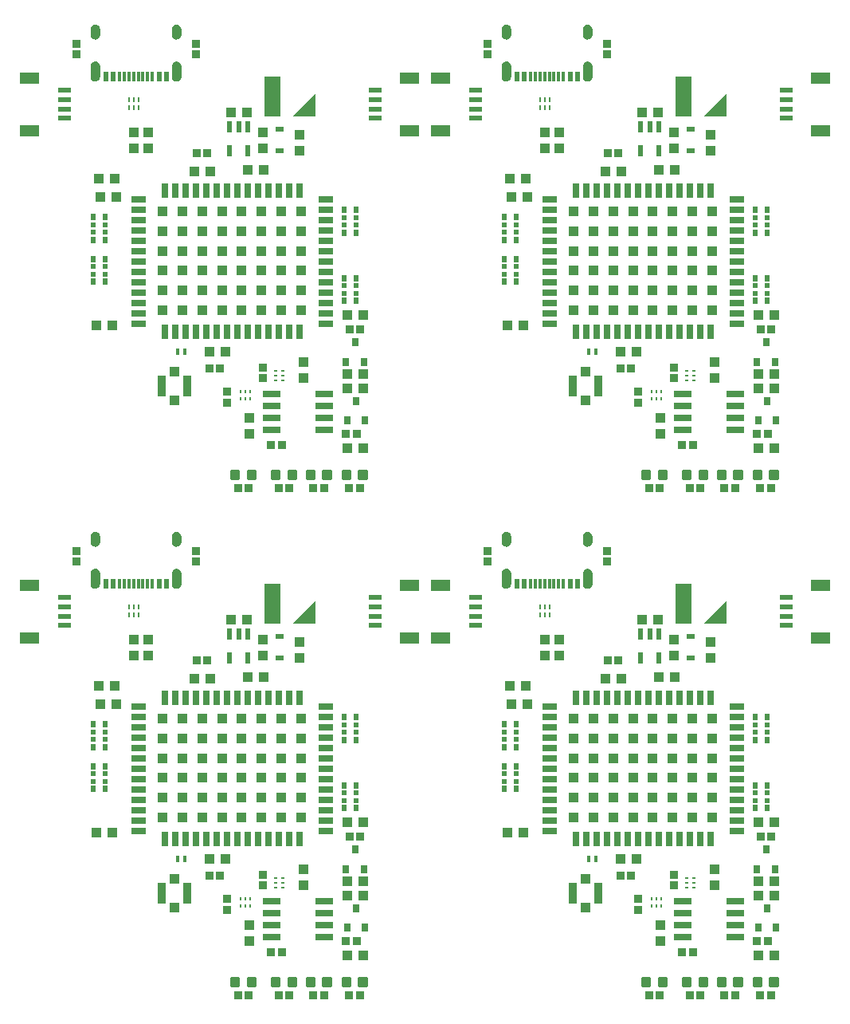
<source format=gtp>
G04 EAGLE Gerber RS-274X export*
G75*
%MOMM*%
%FSLAX34Y34*%
%LPD*%
%INSolderpaste Top*%
%IPPOS*%
%AMOC8*
5,1,8,0,0,1.08239X$1,22.5*%
G01*
%ADD10R,2.000000X1.200000*%
%ADD11R,1.350000X0.600000*%
%ADD12R,1.100000X1.000000*%
%ADD13R,0.850000X2.200000*%
%ADD14R,1.000000X1.050000*%
%ADD15R,0.830000X0.630000*%
%ADD16R,1.000000X1.100000*%
%ADD17C,0.300000*%
%ADD18R,0.850000X0.900000*%
%ADD19R,1.700000X4.200000*%
%ADD20R,0.300000X1.000000*%
%ADD21R,0.600000X1.000000*%
%ADD22R,0.550000X1.200000*%
%ADD23R,0.900000X0.850000*%
%ADD24R,0.250000X0.610000*%
%ADD25R,0.250000X0.560000*%
%ADD26R,0.800000X1.500000*%
%ADD27R,1.500000X0.800000*%
%ADD28R,1.100000X1.100000*%
%ADD29R,0.400000X0.700000*%
%ADD30R,0.800000X0.900000*%
%ADD31R,1.900000X0.640000*%
%ADD32R,0.240000X0.440000*%
%ADD33R,0.440000X0.240000*%
%ADD34R,0.550000X0.800000*%
%ADD35R,0.550000X0.500000*%

G36*
X317646Y944506D02*
X317646Y944506D01*
X317663Y944503D01*
X317713Y944525D01*
X317764Y944540D01*
X317775Y944553D01*
X317791Y944560D01*
X317821Y944605D01*
X317856Y944645D01*
X317859Y944662D01*
X317868Y944677D01*
X317879Y944750D01*
X317879Y968750D01*
X317867Y968792D01*
X317864Y968836D01*
X317848Y968858D01*
X317840Y968884D01*
X317807Y968913D01*
X317781Y968948D01*
X317755Y968958D01*
X317735Y968976D01*
X317691Y968983D01*
X317651Y968998D01*
X317624Y968993D01*
X317597Y968997D01*
X317556Y968979D01*
X317514Y968970D01*
X317478Y968944D01*
X317469Y968940D01*
X317465Y968935D01*
X317454Y968926D01*
X293454Y944926D01*
X293433Y944888D01*
X293404Y944855D01*
X293400Y944828D01*
X293387Y944804D01*
X293390Y944760D01*
X293383Y944717D01*
X293394Y944692D01*
X293396Y944664D01*
X293422Y944629D01*
X293440Y944589D01*
X293463Y944574D01*
X293479Y944552D01*
X293520Y944536D01*
X293557Y944512D01*
X293600Y944505D01*
X293609Y944502D01*
X293616Y944503D01*
X293630Y944501D01*
X317630Y944501D01*
X317646Y944506D01*
G37*
G36*
X754526Y944506D02*
X754526Y944506D01*
X754543Y944503D01*
X754593Y944525D01*
X754644Y944540D01*
X754655Y944553D01*
X754671Y944560D01*
X754701Y944605D01*
X754736Y944645D01*
X754739Y944662D01*
X754748Y944677D01*
X754759Y944750D01*
X754759Y968750D01*
X754747Y968792D01*
X754744Y968836D01*
X754728Y968858D01*
X754720Y968884D01*
X754687Y968913D01*
X754661Y968948D01*
X754635Y968958D01*
X754615Y968976D01*
X754571Y968983D01*
X754531Y968998D01*
X754504Y968993D01*
X754477Y968997D01*
X754436Y968979D01*
X754394Y968970D01*
X754358Y968944D01*
X754349Y968940D01*
X754345Y968935D01*
X754334Y968926D01*
X730334Y944926D01*
X730313Y944888D01*
X730284Y944855D01*
X730280Y944828D01*
X730267Y944804D01*
X730270Y944760D01*
X730263Y944717D01*
X730274Y944692D01*
X730276Y944664D01*
X730302Y944629D01*
X730320Y944589D01*
X730343Y944574D01*
X730359Y944552D01*
X730400Y944536D01*
X730437Y944512D01*
X730480Y944505D01*
X730489Y944502D01*
X730496Y944503D01*
X730510Y944501D01*
X754510Y944501D01*
X754526Y944506D01*
G37*
G36*
X754526Y406026D02*
X754526Y406026D01*
X754543Y406023D01*
X754593Y406045D01*
X754644Y406060D01*
X754655Y406073D01*
X754671Y406080D01*
X754701Y406125D01*
X754736Y406165D01*
X754739Y406182D01*
X754748Y406197D01*
X754759Y406270D01*
X754759Y430270D01*
X754747Y430312D01*
X754744Y430356D01*
X754728Y430378D01*
X754720Y430404D01*
X754687Y430433D01*
X754661Y430468D01*
X754635Y430478D01*
X754615Y430496D01*
X754571Y430503D01*
X754531Y430518D01*
X754504Y430513D01*
X754477Y430517D01*
X754436Y430499D01*
X754394Y430490D01*
X754358Y430464D01*
X754349Y430460D01*
X754345Y430455D01*
X754334Y430446D01*
X730334Y406446D01*
X730313Y406408D01*
X730284Y406375D01*
X730280Y406348D01*
X730267Y406324D01*
X730270Y406280D01*
X730263Y406237D01*
X730274Y406212D01*
X730276Y406184D01*
X730302Y406149D01*
X730320Y406109D01*
X730343Y406094D01*
X730359Y406072D01*
X730400Y406056D01*
X730437Y406032D01*
X730480Y406025D01*
X730489Y406022D01*
X730496Y406023D01*
X730510Y406021D01*
X754510Y406021D01*
X754526Y406026D01*
G37*
G36*
X317646Y406026D02*
X317646Y406026D01*
X317663Y406023D01*
X317713Y406045D01*
X317764Y406060D01*
X317775Y406073D01*
X317791Y406080D01*
X317821Y406125D01*
X317856Y406165D01*
X317859Y406182D01*
X317868Y406197D01*
X317879Y406270D01*
X317879Y430270D01*
X317867Y430312D01*
X317864Y430356D01*
X317848Y430378D01*
X317840Y430404D01*
X317807Y430433D01*
X317781Y430468D01*
X317755Y430478D01*
X317735Y430496D01*
X317691Y430503D01*
X317651Y430518D01*
X317624Y430513D01*
X317597Y430517D01*
X317556Y430499D01*
X317514Y430490D01*
X317478Y430464D01*
X317469Y430460D01*
X317465Y430455D01*
X317454Y430446D01*
X293454Y406446D01*
X293433Y406408D01*
X293404Y406375D01*
X293400Y406348D01*
X293387Y406324D01*
X293390Y406280D01*
X293383Y406237D01*
X293394Y406212D01*
X293396Y406184D01*
X293422Y406149D01*
X293440Y406109D01*
X293463Y406094D01*
X293479Y406072D01*
X293520Y406056D01*
X293557Y406032D01*
X293600Y406025D01*
X293609Y406022D01*
X293616Y406023D01*
X293630Y406021D01*
X317630Y406021D01*
X317646Y406026D01*
G37*
G36*
X520884Y981689D02*
X520884Y981689D01*
X520887Y981685D01*
X521995Y981855D01*
X522001Y981861D01*
X522006Y981858D01*
X523048Y982270D01*
X523052Y982277D01*
X523057Y982275D01*
X523982Y982909D01*
X523984Y982917D01*
X523990Y982916D01*
X524750Y983740D01*
X524751Y983748D01*
X524757Y983748D01*
X525314Y984720D01*
X525314Y984724D01*
X525315Y984725D01*
X525313Y984727D01*
X525313Y984728D01*
X525319Y984730D01*
X525646Y985802D01*
X525645Y985807D01*
X525647Y985808D01*
X525645Y985811D01*
X525648Y985813D01*
X525729Y986930D01*
X525728Y986933D01*
X525729Y986934D01*
X525729Y998934D01*
X525724Y998941D01*
X525728Y998945D01*
X525509Y999889D01*
X525503Y999895D01*
X525505Y999900D01*
X525082Y1000772D01*
X525074Y1000775D01*
X525076Y1000781D01*
X524469Y1001537D01*
X524461Y1001539D01*
X524461Y1001545D01*
X523701Y1002146D01*
X523692Y1002146D01*
X523691Y1002152D01*
X522816Y1002570D01*
X522808Y1002568D01*
X522806Y1002573D01*
X521860Y1002786D01*
X521853Y1002782D01*
X521849Y1002787D01*
X520880Y1002783D01*
X520879Y1002783D01*
X519811Y1002764D01*
X519810Y1002764D01*
X519809Y1002764D01*
X519804Y1002760D01*
X519800Y1002763D01*
X518763Y1002507D01*
X518758Y1002500D01*
X518752Y1002503D01*
X517798Y1002022D01*
X517795Y1002015D01*
X517789Y1002016D01*
X516966Y1001335D01*
X516964Y1001327D01*
X516958Y1001327D01*
X516307Y1000480D01*
X516307Y1000472D01*
X516301Y1000471D01*
X515854Y999500D01*
X515856Y999492D01*
X515851Y999490D01*
X515632Y998444D01*
X515635Y998437D01*
X515631Y998434D01*
X515631Y986434D01*
X515634Y986429D01*
X515631Y986426D01*
X515811Y985331D01*
X515817Y985325D01*
X515814Y985320D01*
X516233Y984292D01*
X516240Y984288D01*
X516238Y984283D01*
X516876Y983374D01*
X516883Y983372D01*
X516883Y983366D01*
X517706Y982622D01*
X517714Y982621D01*
X517715Y982615D01*
X518683Y982073D01*
X518692Y982074D01*
X518694Y982068D01*
X519758Y981755D01*
X519766Y981758D01*
X519769Y981753D01*
X520877Y981685D01*
X520884Y981689D01*
G37*
G36*
X84004Y981689D02*
X84004Y981689D01*
X84007Y981685D01*
X85115Y981855D01*
X85121Y981861D01*
X85126Y981858D01*
X86168Y982270D01*
X86172Y982277D01*
X86177Y982275D01*
X87102Y982909D01*
X87104Y982917D01*
X87110Y982916D01*
X87870Y983740D01*
X87871Y983748D01*
X87877Y983748D01*
X88434Y984720D01*
X88434Y984724D01*
X88435Y984725D01*
X88433Y984727D01*
X88433Y984728D01*
X88439Y984730D01*
X88766Y985802D01*
X88765Y985807D01*
X88767Y985808D01*
X88765Y985811D01*
X88768Y985813D01*
X88849Y986930D01*
X88848Y986933D01*
X88849Y986934D01*
X88849Y998934D01*
X88844Y998941D01*
X88848Y998945D01*
X88629Y999889D01*
X88623Y999895D01*
X88625Y999900D01*
X88202Y1000772D01*
X88194Y1000775D01*
X88196Y1000781D01*
X87589Y1001537D01*
X87581Y1001539D01*
X87581Y1001545D01*
X86821Y1002146D01*
X86812Y1002146D01*
X86811Y1002152D01*
X85936Y1002570D01*
X85928Y1002568D01*
X85926Y1002573D01*
X84980Y1002786D01*
X84973Y1002782D01*
X84969Y1002787D01*
X84000Y1002783D01*
X83999Y1002783D01*
X82931Y1002764D01*
X82930Y1002764D01*
X82929Y1002764D01*
X82924Y1002760D01*
X82920Y1002763D01*
X81883Y1002507D01*
X81878Y1002500D01*
X81872Y1002503D01*
X80918Y1002022D01*
X80915Y1002015D01*
X80909Y1002016D01*
X80086Y1001335D01*
X80084Y1001327D01*
X80078Y1001327D01*
X79427Y1000480D01*
X79427Y1000472D01*
X79421Y1000471D01*
X78974Y999500D01*
X78976Y999492D01*
X78971Y999490D01*
X78752Y998444D01*
X78755Y998437D01*
X78751Y998434D01*
X78751Y986434D01*
X78754Y986429D01*
X78751Y986426D01*
X78931Y985331D01*
X78937Y985325D01*
X78934Y985320D01*
X79353Y984292D01*
X79360Y984288D01*
X79358Y984283D01*
X79996Y983374D01*
X80003Y983372D01*
X80003Y983366D01*
X80826Y982622D01*
X80834Y982621D01*
X80835Y982615D01*
X81803Y982073D01*
X81812Y982074D01*
X81814Y982068D01*
X82878Y981755D01*
X82886Y981758D01*
X82889Y981753D01*
X83997Y981685D01*
X84004Y981689D01*
G37*
G36*
X520884Y443209D02*
X520884Y443209D01*
X520887Y443205D01*
X521995Y443375D01*
X522001Y443381D01*
X522006Y443378D01*
X523048Y443790D01*
X523052Y443797D01*
X523057Y443795D01*
X523982Y444429D01*
X523984Y444437D01*
X523990Y444436D01*
X524750Y445260D01*
X524751Y445268D01*
X524757Y445268D01*
X525314Y446240D01*
X525314Y446244D01*
X525315Y446245D01*
X525313Y446247D01*
X525313Y446248D01*
X525319Y446250D01*
X525646Y447322D01*
X525645Y447327D01*
X525647Y447328D01*
X525645Y447331D01*
X525648Y447333D01*
X525729Y448450D01*
X525728Y448453D01*
X525729Y448454D01*
X525729Y460454D01*
X525724Y460461D01*
X525728Y460465D01*
X525509Y461409D01*
X525503Y461415D01*
X525505Y461420D01*
X525082Y462292D01*
X525074Y462295D01*
X525076Y462301D01*
X524469Y463057D01*
X524461Y463059D01*
X524461Y463065D01*
X523701Y463666D01*
X523692Y463666D01*
X523691Y463672D01*
X522816Y464090D01*
X522808Y464088D01*
X522806Y464093D01*
X521860Y464306D01*
X521853Y464302D01*
X521849Y464307D01*
X520880Y464303D01*
X520879Y464303D01*
X519811Y464284D01*
X519810Y464284D01*
X519804Y464280D01*
X519800Y464283D01*
X518763Y464027D01*
X518758Y464020D01*
X518752Y464023D01*
X517798Y463542D01*
X517795Y463535D01*
X517789Y463536D01*
X516966Y462855D01*
X516964Y462847D01*
X516958Y462847D01*
X516307Y462000D01*
X516307Y461992D01*
X516301Y461991D01*
X515854Y461020D01*
X515856Y461012D01*
X515851Y461010D01*
X515632Y459964D01*
X515635Y459957D01*
X515631Y459954D01*
X515631Y447954D01*
X515634Y447949D01*
X515631Y447946D01*
X515811Y446851D01*
X515817Y446845D01*
X515814Y446840D01*
X516233Y445812D01*
X516240Y445808D01*
X516238Y445803D01*
X516876Y444894D01*
X516883Y444892D01*
X516883Y444886D01*
X517706Y444142D01*
X517714Y444141D01*
X517715Y444135D01*
X518683Y443593D01*
X518692Y443594D01*
X518694Y443588D01*
X519758Y443275D01*
X519766Y443278D01*
X519769Y443273D01*
X520877Y443205D01*
X520884Y443209D01*
G37*
G36*
X84004Y443209D02*
X84004Y443209D01*
X84007Y443205D01*
X85115Y443375D01*
X85121Y443381D01*
X85126Y443378D01*
X86168Y443790D01*
X86172Y443797D01*
X86177Y443795D01*
X87102Y444429D01*
X87104Y444437D01*
X87110Y444436D01*
X87870Y445260D01*
X87871Y445268D01*
X87877Y445268D01*
X88434Y446240D01*
X88434Y446244D01*
X88435Y446245D01*
X88433Y446247D01*
X88433Y446248D01*
X88439Y446250D01*
X88766Y447322D01*
X88765Y447327D01*
X88767Y447328D01*
X88765Y447331D01*
X88768Y447333D01*
X88849Y448450D01*
X88848Y448453D01*
X88849Y448454D01*
X88849Y460454D01*
X88844Y460461D01*
X88848Y460465D01*
X88629Y461409D01*
X88623Y461415D01*
X88625Y461420D01*
X88202Y462292D01*
X88194Y462295D01*
X88196Y462301D01*
X87589Y463057D01*
X87581Y463059D01*
X87581Y463065D01*
X86821Y463666D01*
X86812Y463666D01*
X86811Y463672D01*
X85936Y464090D01*
X85928Y464088D01*
X85926Y464093D01*
X84980Y464306D01*
X84973Y464302D01*
X84969Y464307D01*
X84000Y464303D01*
X83999Y464303D01*
X82931Y464284D01*
X82930Y464284D01*
X82924Y464280D01*
X82920Y464283D01*
X81883Y464027D01*
X81878Y464020D01*
X81872Y464023D01*
X80918Y463542D01*
X80915Y463535D01*
X80909Y463536D01*
X80086Y462855D01*
X80084Y462847D01*
X80078Y462847D01*
X79427Y462000D01*
X79427Y461992D01*
X79421Y461991D01*
X78974Y461020D01*
X78976Y461012D01*
X78971Y461010D01*
X78752Y459964D01*
X78755Y459957D01*
X78751Y459954D01*
X78751Y447954D01*
X78754Y447949D01*
X78751Y447946D01*
X78931Y446851D01*
X78937Y446845D01*
X78934Y446840D01*
X79353Y445812D01*
X79360Y445808D01*
X79358Y445803D01*
X79996Y444894D01*
X80003Y444892D01*
X80003Y444886D01*
X80826Y444142D01*
X80834Y444141D01*
X80835Y444135D01*
X81803Y443593D01*
X81812Y443594D01*
X81814Y443588D01*
X82878Y443275D01*
X82886Y443278D01*
X82889Y443273D01*
X83997Y443205D01*
X84004Y443209D01*
G37*
G36*
X170502Y981688D02*
X170502Y981688D01*
X170506Y981685D01*
X171551Y981803D01*
X171557Y981809D01*
X171562Y981805D01*
X172556Y982153D01*
X172560Y982160D01*
X172565Y982158D01*
X173457Y982718D01*
X173460Y982725D01*
X173465Y982725D01*
X174209Y983469D01*
X174211Y983477D01*
X174216Y983477D01*
X174776Y984369D01*
X174776Y984376D01*
X174777Y984377D01*
X174781Y984378D01*
X175129Y985372D01*
X175126Y985380D01*
X175131Y985383D01*
X175249Y986429D01*
X175247Y986432D01*
X175249Y986434D01*
X175249Y998434D01*
X175246Y998439D01*
X175249Y998442D01*
X175091Y999438D01*
X175085Y999444D01*
X175088Y999449D01*
X174713Y1000385D01*
X174706Y1000389D01*
X174708Y1000395D01*
X174134Y1001224D01*
X174126Y1001227D01*
X174127Y1001232D01*
X173383Y1001913D01*
X173374Y1001914D01*
X173374Y1001920D01*
X172497Y1002418D01*
X172489Y1002417D01*
X172486Y1002422D01*
X171521Y1002713D01*
X171513Y1002710D01*
X171510Y1002715D01*
X170503Y1002783D01*
X170501Y1002782D01*
X170500Y1002783D01*
X169419Y1002774D01*
X169412Y1002769D01*
X169408Y1002773D01*
X168356Y1002524D01*
X168351Y1002517D01*
X168346Y1002520D01*
X167376Y1002043D01*
X167373Y1002035D01*
X167367Y1002037D01*
X166528Y1001356D01*
X166526Y1001348D01*
X166520Y1001348D01*
X165854Y1000498D01*
X165853Y1000489D01*
X165848Y1000488D01*
X165387Y999511D01*
X165389Y999503D01*
X165384Y999500D01*
X165152Y998445D01*
X165153Y998443D01*
X165155Y998437D01*
X165151Y998434D01*
X165151Y986434D01*
X165155Y986429D01*
X165151Y986426D01*
X165344Y985320D01*
X165350Y985315D01*
X165347Y985310D01*
X165780Y984275D01*
X165787Y984271D01*
X165785Y984266D01*
X166438Y983353D01*
X166446Y983351D01*
X166445Y983345D01*
X167284Y982601D01*
X167293Y982600D01*
X167293Y982595D01*
X168277Y982056D01*
X168285Y982057D01*
X168287Y982052D01*
X169366Y981745D01*
X169374Y981748D01*
X169377Y981743D01*
X170497Y981685D01*
X170502Y981688D01*
G37*
G36*
X607382Y981688D02*
X607382Y981688D01*
X607386Y981685D01*
X608431Y981803D01*
X608437Y981809D01*
X608442Y981805D01*
X609436Y982153D01*
X609440Y982160D01*
X609445Y982158D01*
X610337Y982718D01*
X610340Y982725D01*
X610345Y982725D01*
X611089Y983469D01*
X611091Y983477D01*
X611096Y983477D01*
X611656Y984369D01*
X611656Y984376D01*
X611657Y984377D01*
X611661Y984378D01*
X612009Y985372D01*
X612006Y985380D01*
X612011Y985383D01*
X612129Y986429D01*
X612127Y986432D01*
X612129Y986434D01*
X612129Y998434D01*
X612126Y998439D01*
X612129Y998442D01*
X611971Y999438D01*
X611965Y999444D01*
X611968Y999449D01*
X611593Y1000385D01*
X611586Y1000389D01*
X611588Y1000395D01*
X611014Y1001224D01*
X611006Y1001227D01*
X611007Y1001232D01*
X610263Y1001913D01*
X610254Y1001914D01*
X610254Y1001920D01*
X609377Y1002418D01*
X609369Y1002417D01*
X609366Y1002422D01*
X608401Y1002713D01*
X608393Y1002710D01*
X608390Y1002715D01*
X607383Y1002783D01*
X607381Y1002782D01*
X607380Y1002783D01*
X606299Y1002774D01*
X606292Y1002769D01*
X606288Y1002773D01*
X605236Y1002524D01*
X605231Y1002517D01*
X605226Y1002520D01*
X604256Y1002043D01*
X604253Y1002035D01*
X604247Y1002037D01*
X603408Y1001356D01*
X603406Y1001348D01*
X603400Y1001348D01*
X602734Y1000498D01*
X602733Y1000489D01*
X602728Y1000488D01*
X602267Y999511D01*
X602269Y999503D01*
X602264Y999500D01*
X602032Y998445D01*
X602033Y998443D01*
X602035Y998437D01*
X602031Y998434D01*
X602031Y986434D01*
X602035Y986429D01*
X602031Y986426D01*
X602224Y985320D01*
X602230Y985315D01*
X602227Y985310D01*
X602660Y984275D01*
X602667Y984271D01*
X602665Y984266D01*
X603318Y983353D01*
X603326Y983351D01*
X603325Y983345D01*
X604164Y982601D01*
X604173Y982600D01*
X604173Y982595D01*
X605157Y982056D01*
X605165Y982057D01*
X605167Y982052D01*
X606246Y981745D01*
X606254Y981748D01*
X606257Y981743D01*
X607377Y981685D01*
X607382Y981688D01*
G37*
G36*
X170502Y443208D02*
X170502Y443208D01*
X170506Y443205D01*
X171551Y443323D01*
X171557Y443329D01*
X171562Y443325D01*
X172556Y443673D01*
X172560Y443680D01*
X172565Y443678D01*
X173457Y444238D01*
X173460Y444245D01*
X173465Y444245D01*
X174209Y444989D01*
X174211Y444997D01*
X174216Y444997D01*
X174776Y445889D01*
X174776Y445896D01*
X174777Y445897D01*
X174781Y445898D01*
X175129Y446892D01*
X175126Y446900D01*
X175131Y446903D01*
X175249Y447949D01*
X175247Y447952D01*
X175249Y447954D01*
X175249Y459954D01*
X175246Y459959D01*
X175249Y459962D01*
X175091Y460958D01*
X175085Y460964D01*
X175088Y460969D01*
X174713Y461905D01*
X174706Y461909D01*
X174708Y461915D01*
X174134Y462744D01*
X174126Y462747D01*
X174127Y462752D01*
X173383Y463433D01*
X173374Y463434D01*
X173374Y463440D01*
X172497Y463938D01*
X172489Y463937D01*
X172486Y463942D01*
X171521Y464233D01*
X171513Y464230D01*
X171510Y464235D01*
X170503Y464303D01*
X170501Y464302D01*
X170500Y464303D01*
X169419Y464294D01*
X169412Y464289D01*
X169408Y464293D01*
X168356Y464044D01*
X168351Y464037D01*
X168346Y464040D01*
X167376Y463563D01*
X167373Y463555D01*
X167367Y463557D01*
X166528Y462876D01*
X166526Y462868D01*
X166520Y462868D01*
X165854Y462018D01*
X165853Y462009D01*
X165848Y462008D01*
X165387Y461031D01*
X165389Y461023D01*
X165384Y461020D01*
X165152Y459965D01*
X165155Y459957D01*
X165151Y459954D01*
X165151Y447954D01*
X165155Y447949D01*
X165151Y447946D01*
X165344Y446840D01*
X165350Y446835D01*
X165347Y446830D01*
X165780Y445795D01*
X165787Y445791D01*
X165785Y445786D01*
X166438Y444873D01*
X166446Y444871D01*
X166445Y444865D01*
X167284Y444121D01*
X167293Y444120D01*
X167293Y444115D01*
X168277Y443576D01*
X168285Y443577D01*
X168287Y443572D01*
X169366Y443265D01*
X169374Y443268D01*
X169377Y443263D01*
X170497Y443205D01*
X170502Y443208D01*
G37*
G36*
X607382Y443208D02*
X607382Y443208D01*
X607386Y443205D01*
X608431Y443323D01*
X608437Y443329D01*
X608442Y443325D01*
X609436Y443673D01*
X609440Y443680D01*
X609445Y443678D01*
X610337Y444238D01*
X610340Y444245D01*
X610345Y444245D01*
X611089Y444989D01*
X611091Y444997D01*
X611096Y444997D01*
X611656Y445889D01*
X611656Y445896D01*
X611657Y445897D01*
X611661Y445898D01*
X612009Y446892D01*
X612006Y446900D01*
X612011Y446903D01*
X612129Y447949D01*
X612127Y447952D01*
X612129Y447954D01*
X612129Y459954D01*
X612126Y459959D01*
X612129Y459962D01*
X611971Y460958D01*
X611965Y460964D01*
X611968Y460969D01*
X611593Y461905D01*
X611586Y461909D01*
X611588Y461915D01*
X611014Y462744D01*
X611006Y462747D01*
X611007Y462752D01*
X610263Y463433D01*
X610254Y463434D01*
X610254Y463440D01*
X609377Y463938D01*
X609369Y463937D01*
X609366Y463942D01*
X608401Y464233D01*
X608393Y464230D01*
X608390Y464235D01*
X607383Y464303D01*
X607381Y464302D01*
X607380Y464303D01*
X606299Y464294D01*
X606292Y464289D01*
X606288Y464293D01*
X605236Y464044D01*
X605231Y464037D01*
X605226Y464040D01*
X604256Y463563D01*
X604253Y463555D01*
X604247Y463557D01*
X603408Y462876D01*
X603406Y462868D01*
X603400Y462868D01*
X602734Y462018D01*
X602733Y462009D01*
X602728Y462008D01*
X602267Y461031D01*
X602269Y461023D01*
X602264Y461020D01*
X602032Y459965D01*
X602035Y459957D01*
X602031Y459954D01*
X602031Y447954D01*
X602035Y447949D01*
X602031Y447946D01*
X602224Y446840D01*
X602230Y446835D01*
X602227Y446830D01*
X602660Y445795D01*
X602667Y445791D01*
X602665Y445786D01*
X603318Y444873D01*
X603326Y444871D01*
X603325Y444865D01*
X604164Y444121D01*
X604173Y444120D01*
X604173Y444115D01*
X605157Y443576D01*
X605165Y443577D01*
X605167Y443572D01*
X606246Y443265D01*
X606254Y443268D01*
X606257Y443263D01*
X607377Y443205D01*
X607382Y443208D01*
G37*
G36*
X84004Y1026190D02*
X84004Y1026190D01*
X84009Y1026186D01*
X85146Y1026393D01*
X85152Y1026399D01*
X85157Y1026396D01*
X86219Y1026851D01*
X86223Y1026858D01*
X86229Y1026856D01*
X87164Y1027536D01*
X87166Y1027544D01*
X87172Y1027543D01*
X87932Y1028414D01*
X87932Y1028422D01*
X87938Y1028423D01*
X88485Y1029442D01*
X88484Y1029450D01*
X88489Y1029452D01*
X88495Y1029471D01*
X88508Y1029520D01*
X88522Y1029570D01*
X88535Y1029619D01*
X88549Y1029668D01*
X88562Y1029717D01*
X88563Y1029717D01*
X88562Y1029717D01*
X88576Y1029767D01*
X88590Y1029816D01*
X88603Y1029865D01*
X88617Y1029914D01*
X88630Y1029964D01*
X88644Y1030013D01*
X88657Y1030062D01*
X88671Y1030111D01*
X88685Y1030161D01*
X88698Y1030210D01*
X88712Y1030259D01*
X88796Y1030566D01*
X88793Y1030574D01*
X88798Y1030577D01*
X88849Y1031732D01*
X88848Y1031733D01*
X88849Y1031734D01*
X88849Y1037734D01*
X88845Y1037740D01*
X88848Y1037743D01*
X88636Y1038824D01*
X88630Y1038829D01*
X88633Y1038834D01*
X88186Y1039840D01*
X88179Y1039844D01*
X88181Y1039850D01*
X87521Y1040731D01*
X87513Y1040734D01*
X87513Y1040739D01*
X86674Y1041452D01*
X86666Y1041452D01*
X86665Y1041458D01*
X85688Y1041966D01*
X85680Y1041965D01*
X85678Y1041970D01*
X84613Y1042248D01*
X84605Y1042245D01*
X84602Y1042249D01*
X83502Y1042283D01*
X83496Y1042280D01*
X83493Y1042283D01*
X82418Y1042128D01*
X82412Y1042122D01*
X82407Y1042125D01*
X81393Y1041735D01*
X81389Y1041728D01*
X81383Y1041730D01*
X80481Y1041123D01*
X80479Y1041115D01*
X80473Y1041116D01*
X79729Y1040324D01*
X79728Y1040316D01*
X79722Y1040316D01*
X79173Y1039378D01*
X79174Y1039370D01*
X79168Y1039368D01*
X78841Y1038332D01*
X78844Y1038324D01*
X78839Y1038321D01*
X78751Y1037238D01*
X78753Y1037235D01*
X78751Y1037234D01*
X78751Y1031234D01*
X78754Y1031230D01*
X78751Y1031228D01*
X78901Y1030095D01*
X78907Y1030089D01*
X78904Y1030084D01*
X79302Y1029014D01*
X79309Y1029010D01*
X79307Y1029004D01*
X79934Y1028049D01*
X79942Y1028046D01*
X79941Y1028041D01*
X80764Y1027249D01*
X80772Y1027248D01*
X80773Y1027242D01*
X81752Y1026653D01*
X81760Y1026654D01*
X81762Y1026649D01*
X82847Y1026293D01*
X82855Y1026296D01*
X82858Y1026291D01*
X83995Y1026185D01*
X84004Y1026190D01*
G37*
G36*
X520884Y1026190D02*
X520884Y1026190D01*
X520889Y1026186D01*
X522026Y1026393D01*
X522032Y1026399D01*
X522037Y1026396D01*
X523099Y1026851D01*
X523103Y1026858D01*
X523109Y1026856D01*
X524044Y1027536D01*
X524046Y1027544D01*
X524052Y1027543D01*
X524812Y1028414D01*
X524812Y1028422D01*
X524818Y1028423D01*
X525365Y1029442D01*
X525364Y1029450D01*
X525369Y1029452D01*
X525375Y1029471D01*
X525388Y1029520D01*
X525402Y1029570D01*
X525415Y1029619D01*
X525429Y1029668D01*
X525442Y1029717D01*
X525443Y1029717D01*
X525442Y1029717D01*
X525456Y1029767D01*
X525470Y1029816D01*
X525483Y1029865D01*
X525497Y1029914D01*
X525510Y1029964D01*
X525524Y1030013D01*
X525537Y1030062D01*
X525551Y1030111D01*
X525565Y1030161D01*
X525578Y1030210D01*
X525592Y1030259D01*
X525676Y1030566D01*
X525673Y1030574D01*
X525678Y1030577D01*
X525729Y1031732D01*
X525728Y1031733D01*
X525729Y1031734D01*
X525729Y1037734D01*
X525725Y1037740D01*
X525728Y1037743D01*
X525516Y1038824D01*
X525510Y1038829D01*
X525513Y1038834D01*
X525066Y1039840D01*
X525059Y1039844D01*
X525061Y1039850D01*
X524401Y1040731D01*
X524393Y1040734D01*
X524393Y1040739D01*
X523554Y1041452D01*
X523546Y1041452D01*
X523545Y1041458D01*
X522568Y1041966D01*
X522560Y1041965D01*
X522558Y1041970D01*
X521493Y1042248D01*
X521485Y1042245D01*
X521482Y1042249D01*
X520382Y1042283D01*
X520376Y1042280D01*
X520373Y1042283D01*
X519298Y1042128D01*
X519292Y1042122D01*
X519287Y1042125D01*
X518273Y1041735D01*
X518269Y1041728D01*
X518263Y1041730D01*
X517361Y1041123D01*
X517359Y1041115D01*
X517353Y1041116D01*
X516609Y1040324D01*
X516608Y1040316D01*
X516602Y1040316D01*
X516053Y1039378D01*
X516054Y1039370D01*
X516048Y1039368D01*
X515721Y1038332D01*
X515724Y1038324D01*
X515719Y1038321D01*
X515631Y1037238D01*
X515633Y1037235D01*
X515631Y1037234D01*
X515631Y1031234D01*
X515634Y1031230D01*
X515631Y1031228D01*
X515781Y1030095D01*
X515787Y1030089D01*
X515784Y1030084D01*
X516182Y1029014D01*
X516189Y1029010D01*
X516187Y1029004D01*
X516814Y1028049D01*
X516822Y1028046D01*
X516821Y1028041D01*
X517644Y1027249D01*
X517652Y1027248D01*
X517653Y1027242D01*
X518632Y1026653D01*
X518640Y1026654D01*
X518642Y1026649D01*
X519727Y1026293D01*
X519735Y1026296D01*
X519738Y1026291D01*
X520875Y1026185D01*
X520884Y1026190D01*
G37*
G36*
X520884Y487710D02*
X520884Y487710D01*
X520889Y487706D01*
X522026Y487913D01*
X522032Y487919D01*
X522037Y487916D01*
X523099Y488371D01*
X523103Y488378D01*
X523109Y488376D01*
X524044Y489056D01*
X524046Y489064D01*
X524052Y489063D01*
X524812Y489934D01*
X524812Y489942D01*
X524818Y489943D01*
X525365Y490962D01*
X525364Y490970D01*
X525369Y490972D01*
X525375Y490991D01*
X525388Y491040D01*
X525402Y491090D01*
X525415Y491139D01*
X525429Y491188D01*
X525442Y491237D01*
X525443Y491237D01*
X525442Y491237D01*
X525456Y491287D01*
X525470Y491336D01*
X525483Y491385D01*
X525497Y491434D01*
X525510Y491484D01*
X525524Y491533D01*
X525537Y491582D01*
X525551Y491631D01*
X525565Y491681D01*
X525578Y491730D01*
X525592Y491779D01*
X525676Y492086D01*
X525673Y492094D01*
X525678Y492097D01*
X525729Y493252D01*
X525728Y493253D01*
X525729Y493254D01*
X525729Y499254D01*
X525725Y499260D01*
X525728Y499263D01*
X525516Y500344D01*
X525510Y500349D01*
X525513Y500354D01*
X525066Y501360D01*
X525059Y501364D01*
X525061Y501370D01*
X524401Y502251D01*
X524393Y502254D01*
X524393Y502259D01*
X523554Y502972D01*
X523546Y502972D01*
X523545Y502978D01*
X522568Y503486D01*
X522560Y503485D01*
X522558Y503490D01*
X521493Y503768D01*
X521485Y503765D01*
X521482Y503769D01*
X520382Y503803D01*
X520376Y503800D01*
X520373Y503803D01*
X519298Y503648D01*
X519292Y503642D01*
X519287Y503645D01*
X518273Y503255D01*
X518269Y503248D01*
X518263Y503250D01*
X517361Y502643D01*
X517359Y502635D01*
X517353Y502636D01*
X516609Y501844D01*
X516608Y501836D01*
X516602Y501836D01*
X516053Y500898D01*
X516054Y500890D01*
X516048Y500888D01*
X515721Y499852D01*
X515724Y499844D01*
X515719Y499841D01*
X515631Y498758D01*
X515633Y498755D01*
X515631Y498754D01*
X515631Y492754D01*
X515634Y492750D01*
X515631Y492748D01*
X515781Y491615D01*
X515787Y491609D01*
X515784Y491604D01*
X516182Y490534D01*
X516189Y490530D01*
X516187Y490524D01*
X516814Y489569D01*
X516822Y489566D01*
X516821Y489561D01*
X517644Y488769D01*
X517652Y488768D01*
X517653Y488762D01*
X518632Y488173D01*
X518640Y488174D01*
X518642Y488169D01*
X519727Y487813D01*
X519735Y487816D01*
X519738Y487811D01*
X520875Y487705D01*
X520884Y487710D01*
G37*
G36*
X84004Y487710D02*
X84004Y487710D01*
X84009Y487706D01*
X85146Y487913D01*
X85152Y487919D01*
X85157Y487916D01*
X86219Y488371D01*
X86223Y488378D01*
X86229Y488376D01*
X87164Y489056D01*
X87166Y489064D01*
X87172Y489063D01*
X87932Y489934D01*
X87932Y489942D01*
X87938Y489943D01*
X88485Y490962D01*
X88484Y490970D01*
X88489Y490972D01*
X88495Y490991D01*
X88508Y491040D01*
X88522Y491090D01*
X88535Y491139D01*
X88549Y491188D01*
X88562Y491237D01*
X88563Y491237D01*
X88562Y491237D01*
X88576Y491287D01*
X88590Y491336D01*
X88603Y491385D01*
X88617Y491434D01*
X88630Y491484D01*
X88644Y491533D01*
X88657Y491582D01*
X88671Y491631D01*
X88685Y491681D01*
X88698Y491730D01*
X88712Y491779D01*
X88796Y492086D01*
X88793Y492094D01*
X88798Y492097D01*
X88849Y493252D01*
X88848Y493253D01*
X88849Y493254D01*
X88849Y499254D01*
X88845Y499260D01*
X88848Y499263D01*
X88636Y500344D01*
X88630Y500349D01*
X88633Y500354D01*
X88186Y501360D01*
X88179Y501364D01*
X88181Y501370D01*
X87521Y502251D01*
X87513Y502254D01*
X87513Y502259D01*
X86674Y502972D01*
X86666Y502972D01*
X86665Y502978D01*
X85688Y503486D01*
X85680Y503485D01*
X85678Y503490D01*
X84613Y503768D01*
X84605Y503765D01*
X84602Y503769D01*
X83502Y503803D01*
X83496Y503800D01*
X83493Y503803D01*
X82418Y503648D01*
X82412Y503642D01*
X82407Y503645D01*
X81393Y503255D01*
X81389Y503248D01*
X81383Y503250D01*
X80481Y502643D01*
X80479Y502635D01*
X80473Y502636D01*
X79729Y501844D01*
X79728Y501836D01*
X79722Y501836D01*
X79173Y500898D01*
X79174Y500890D01*
X79168Y500888D01*
X78841Y499852D01*
X78844Y499844D01*
X78839Y499841D01*
X78751Y498758D01*
X78753Y498755D01*
X78751Y498754D01*
X78751Y492754D01*
X78754Y492750D01*
X78751Y492748D01*
X78901Y491615D01*
X78907Y491609D01*
X78904Y491604D01*
X79302Y490534D01*
X79309Y490530D01*
X79307Y490524D01*
X79934Y489569D01*
X79942Y489566D01*
X79941Y489561D01*
X80764Y488769D01*
X80772Y488768D01*
X80773Y488762D01*
X81752Y488173D01*
X81760Y488174D01*
X81762Y488169D01*
X82847Y487813D01*
X82855Y487816D01*
X82858Y487811D01*
X83995Y487705D01*
X84004Y487710D01*
G37*
G36*
X171142Y1026291D02*
X171142Y1026291D01*
X171148Y1026296D01*
X171153Y1026293D01*
X172238Y1026649D01*
X172243Y1026656D01*
X172248Y1026653D01*
X173227Y1027242D01*
X173230Y1027250D01*
X173236Y1027249D01*
X174059Y1028041D01*
X174060Y1028049D01*
X174066Y1028049D01*
X174693Y1029004D01*
X174692Y1029012D01*
X174698Y1029014D01*
X175096Y1030084D01*
X175094Y1030092D01*
X175099Y1030095D01*
X175249Y1031228D01*
X175246Y1031232D01*
X175249Y1031234D01*
X175249Y1037234D01*
X175246Y1037238D01*
X175249Y1037240D01*
X175099Y1038373D01*
X175093Y1038379D01*
X175096Y1038384D01*
X174698Y1039454D01*
X174691Y1039458D01*
X174693Y1039464D01*
X174066Y1040419D01*
X174058Y1040422D01*
X174059Y1040427D01*
X173236Y1041219D01*
X173228Y1041220D01*
X173227Y1041226D01*
X172248Y1041815D01*
X172240Y1041814D01*
X172238Y1041819D01*
X171153Y1042175D01*
X171145Y1042173D01*
X171142Y1042177D01*
X170005Y1042283D01*
X169998Y1042279D01*
X169994Y1042283D01*
X168906Y1042138D01*
X168900Y1042132D01*
X168895Y1042135D01*
X167867Y1041752D01*
X167862Y1041745D01*
X167857Y1041747D01*
X166940Y1041144D01*
X166937Y1041136D01*
X166931Y1041137D01*
X166171Y1040345D01*
X166170Y1040337D01*
X166164Y1040336D01*
X165600Y1039395D01*
X165601Y1039387D01*
X165595Y1039385D01*
X165254Y1038342D01*
X165256Y1038334D01*
X165252Y1038331D01*
X165151Y1037239D01*
X165153Y1037236D01*
X165151Y1037234D01*
X165151Y1031234D01*
X165153Y1031231D01*
X165151Y1031230D01*
X165252Y1030137D01*
X165257Y1030131D01*
X165254Y1030126D01*
X165595Y1029083D01*
X165602Y1029078D01*
X165600Y1029073D01*
X166164Y1028132D01*
X166172Y1028129D01*
X166171Y1028123D01*
X166931Y1027331D01*
X166939Y1027330D01*
X166940Y1027324D01*
X167857Y1026722D01*
X167865Y1026722D01*
X167867Y1026717D01*
X168895Y1026333D01*
X168903Y1026335D01*
X168906Y1026330D01*
X169994Y1026185D01*
X170001Y1026189D01*
X170005Y1026185D01*
X171142Y1026291D01*
G37*
G36*
X608022Y1026291D02*
X608022Y1026291D01*
X608028Y1026296D01*
X608033Y1026293D01*
X609118Y1026649D01*
X609123Y1026656D01*
X609128Y1026653D01*
X610107Y1027242D01*
X610110Y1027250D01*
X610116Y1027249D01*
X610939Y1028041D01*
X610940Y1028049D01*
X610946Y1028049D01*
X611573Y1029004D01*
X611572Y1029012D01*
X611578Y1029014D01*
X611976Y1030084D01*
X611974Y1030092D01*
X611979Y1030095D01*
X612129Y1031228D01*
X612126Y1031232D01*
X612129Y1031234D01*
X612129Y1037234D01*
X612126Y1037238D01*
X612129Y1037240D01*
X611979Y1038373D01*
X611973Y1038379D01*
X611976Y1038384D01*
X611578Y1039454D01*
X611571Y1039458D01*
X611573Y1039464D01*
X610946Y1040419D01*
X610938Y1040422D01*
X610939Y1040427D01*
X610116Y1041219D01*
X610108Y1041220D01*
X610107Y1041226D01*
X609128Y1041815D01*
X609120Y1041814D01*
X609118Y1041819D01*
X608033Y1042175D01*
X608025Y1042173D01*
X608022Y1042177D01*
X606885Y1042283D01*
X606878Y1042279D01*
X606874Y1042283D01*
X605786Y1042138D01*
X605780Y1042132D01*
X605775Y1042135D01*
X604747Y1041752D01*
X604742Y1041745D01*
X604737Y1041747D01*
X603820Y1041144D01*
X603817Y1041136D01*
X603811Y1041137D01*
X603051Y1040345D01*
X603050Y1040337D01*
X603044Y1040336D01*
X602480Y1039395D01*
X602481Y1039387D01*
X602475Y1039385D01*
X602134Y1038342D01*
X602136Y1038334D01*
X602132Y1038331D01*
X602031Y1037239D01*
X602033Y1037236D01*
X602031Y1037234D01*
X602031Y1031234D01*
X602033Y1031231D01*
X602031Y1031230D01*
X602132Y1030137D01*
X602137Y1030131D01*
X602134Y1030126D01*
X602475Y1029083D01*
X602482Y1029078D01*
X602480Y1029073D01*
X603044Y1028132D01*
X603052Y1028129D01*
X603051Y1028123D01*
X603811Y1027331D01*
X603819Y1027330D01*
X603820Y1027324D01*
X604737Y1026722D01*
X604745Y1026722D01*
X604747Y1026717D01*
X605775Y1026333D01*
X605783Y1026335D01*
X605786Y1026330D01*
X606874Y1026185D01*
X606881Y1026189D01*
X606885Y1026185D01*
X608022Y1026291D01*
G37*
G36*
X171142Y487811D02*
X171142Y487811D01*
X171148Y487816D01*
X171153Y487813D01*
X172238Y488169D01*
X172243Y488176D01*
X172248Y488173D01*
X173227Y488762D01*
X173230Y488770D01*
X173236Y488769D01*
X174059Y489561D01*
X174060Y489569D01*
X174066Y489569D01*
X174693Y490524D01*
X174692Y490532D01*
X174698Y490534D01*
X175096Y491604D01*
X175094Y491612D01*
X175099Y491615D01*
X175249Y492748D01*
X175246Y492752D01*
X175249Y492754D01*
X175249Y498754D01*
X175246Y498758D01*
X175249Y498760D01*
X175099Y499893D01*
X175093Y499899D01*
X175096Y499904D01*
X174698Y500974D01*
X174691Y500978D01*
X174693Y500984D01*
X174066Y501939D01*
X174058Y501942D01*
X174059Y501947D01*
X173236Y502739D01*
X173228Y502740D01*
X173227Y502746D01*
X172248Y503335D01*
X172240Y503334D01*
X172238Y503339D01*
X171153Y503695D01*
X171145Y503693D01*
X171142Y503697D01*
X170005Y503803D01*
X169998Y503799D01*
X169994Y503803D01*
X168906Y503658D01*
X168900Y503652D01*
X168895Y503655D01*
X167867Y503272D01*
X167862Y503265D01*
X167857Y503267D01*
X166940Y502664D01*
X166937Y502656D01*
X166931Y502657D01*
X166171Y501865D01*
X166170Y501857D01*
X166164Y501856D01*
X165600Y500915D01*
X165601Y500907D01*
X165595Y500905D01*
X165254Y499862D01*
X165256Y499854D01*
X165252Y499851D01*
X165151Y498759D01*
X165153Y498756D01*
X165151Y498754D01*
X165151Y492754D01*
X165153Y492751D01*
X165151Y492750D01*
X165252Y491657D01*
X165257Y491651D01*
X165254Y491646D01*
X165595Y490603D01*
X165602Y490598D01*
X165600Y490593D01*
X166164Y489652D01*
X166172Y489649D01*
X166171Y489643D01*
X166931Y488851D01*
X166939Y488850D01*
X166940Y488844D01*
X167857Y488242D01*
X167865Y488242D01*
X167867Y488237D01*
X168895Y487853D01*
X168903Y487855D01*
X168906Y487850D01*
X169994Y487705D01*
X170001Y487709D01*
X170005Y487705D01*
X171142Y487811D01*
G37*
G36*
X608022Y487811D02*
X608022Y487811D01*
X608028Y487816D01*
X608033Y487813D01*
X609118Y488169D01*
X609123Y488176D01*
X609128Y488173D01*
X610107Y488762D01*
X610110Y488770D01*
X610116Y488769D01*
X610939Y489561D01*
X610940Y489569D01*
X610946Y489569D01*
X611573Y490524D01*
X611572Y490532D01*
X611578Y490534D01*
X611976Y491604D01*
X611974Y491612D01*
X611979Y491615D01*
X612129Y492748D01*
X612126Y492752D01*
X612129Y492754D01*
X612129Y498754D01*
X612126Y498758D01*
X612129Y498760D01*
X611979Y499893D01*
X611973Y499899D01*
X611976Y499904D01*
X611578Y500974D01*
X611571Y500978D01*
X611573Y500984D01*
X610946Y501939D01*
X610938Y501942D01*
X610939Y501947D01*
X610116Y502739D01*
X610108Y502740D01*
X610107Y502746D01*
X609128Y503335D01*
X609120Y503334D01*
X609118Y503339D01*
X608033Y503695D01*
X608025Y503693D01*
X608022Y503697D01*
X606885Y503803D01*
X606878Y503799D01*
X606874Y503803D01*
X605786Y503658D01*
X605780Y503652D01*
X605775Y503655D01*
X604747Y503272D01*
X604742Y503265D01*
X604737Y503267D01*
X603820Y502664D01*
X603817Y502656D01*
X603811Y502657D01*
X603051Y501865D01*
X603050Y501857D01*
X603044Y501856D01*
X602480Y500915D01*
X602481Y500907D01*
X602475Y500905D01*
X602134Y499862D01*
X602136Y499854D01*
X602132Y499851D01*
X602031Y498759D01*
X602033Y498756D01*
X602031Y498754D01*
X602031Y492754D01*
X602033Y492751D01*
X602031Y492750D01*
X602132Y491657D01*
X602137Y491651D01*
X602134Y491646D01*
X602475Y490603D01*
X602482Y490598D01*
X602480Y490593D01*
X603044Y489652D01*
X603052Y489649D01*
X603051Y489643D01*
X603811Y488851D01*
X603819Y488850D01*
X603820Y488844D01*
X604737Y488242D01*
X604745Y488242D01*
X604747Y488237D01*
X605775Y487853D01*
X605783Y487855D01*
X605786Y487850D01*
X606874Y487705D01*
X606881Y487709D01*
X606885Y487705D01*
X608022Y487811D01*
G37*
D10*
X14050Y447100D03*
X14050Y391100D03*
D11*
X50800Y434100D03*
X50800Y424100D03*
X50800Y414100D03*
X50800Y404100D03*
D12*
X88977Y320294D03*
X105977Y320294D03*
X87707Y340010D03*
X104707Y340010D03*
D13*
X154398Y119634D03*
X181898Y119634D03*
D14*
X168148Y134884D03*
X168148Y104384D03*
D15*
X279908Y392500D03*
X279908Y369500D03*
D16*
X301244Y386960D03*
X301244Y369960D03*
D17*
X246570Y28900D02*
X246570Y21900D01*
X246570Y28900D02*
X253570Y28900D01*
X253570Y21900D01*
X246570Y21900D01*
X246570Y24750D02*
X253570Y24750D01*
X253570Y27600D02*
X246570Y27600D01*
X229030Y28900D02*
X229030Y21900D01*
X229030Y28900D02*
X236030Y28900D01*
X236030Y21900D01*
X229030Y21900D01*
X229030Y24750D02*
X236030Y24750D01*
X236030Y27600D02*
X229030Y27600D01*
D18*
X235500Y11430D03*
X247100Y11430D03*
D19*
X272330Y427070D03*
D20*
X119500Y448154D03*
X124500Y448154D03*
D21*
X94750Y448154D03*
X102500Y448154D03*
D20*
X109500Y448154D03*
X114500Y448154D03*
X134500Y448154D03*
X129500Y448154D03*
D21*
X159250Y448154D03*
X151500Y448154D03*
D20*
X144500Y448154D03*
X139500Y448154D03*
D18*
X205020Y138430D03*
X216620Y138430D03*
D22*
X245720Y395271D03*
X236220Y395271D03*
X226720Y395271D03*
X226720Y369269D03*
X245720Y369269D03*
D23*
X63500Y483320D03*
X63500Y471720D03*
X190500Y483320D03*
X190500Y471720D03*
D12*
X227720Y410210D03*
X244720Y410210D03*
D16*
X261620Y372500D03*
X261620Y389500D03*
D24*
X129460Y423658D03*
D25*
X124460Y423908D03*
X119460Y423908D03*
X119460Y415308D03*
X124460Y415308D03*
X129460Y415308D03*
D16*
X139700Y389500D03*
X139700Y372500D03*
X124460Y389500D03*
X124460Y372500D03*
D18*
X278680Y11430D03*
X290280Y11430D03*
X353610Y11430D03*
X365210Y11430D03*
D17*
X289750Y21900D02*
X289750Y28900D01*
X296750Y28900D01*
X296750Y21900D01*
X289750Y21900D01*
X289750Y24750D02*
X296750Y24750D01*
X296750Y27600D02*
X289750Y27600D01*
X272210Y28900D02*
X272210Y21900D01*
X272210Y28900D02*
X279210Y28900D01*
X279210Y21900D01*
X272210Y21900D01*
X272210Y24750D02*
X279210Y24750D01*
X279210Y27600D02*
X272210Y27600D01*
X364680Y28900D02*
X364680Y21900D01*
X364680Y28900D02*
X371680Y28900D01*
X371680Y21900D01*
X364680Y21900D01*
X364680Y24750D02*
X371680Y24750D01*
X371680Y27600D02*
X364680Y27600D01*
X347140Y28900D02*
X347140Y21900D01*
X347140Y28900D02*
X354140Y28900D01*
X354140Y21900D01*
X347140Y21900D01*
X347140Y24750D02*
X354140Y24750D01*
X354140Y27600D02*
X347140Y27600D01*
D10*
X417750Y391100D03*
X417750Y447100D03*
D11*
X381000Y404100D03*
X381000Y414100D03*
X381000Y424100D03*
X381000Y434100D03*
D12*
X204860Y156210D03*
X221860Y156210D03*
D26*
X157480Y177800D03*
X168480Y177800D03*
X179480Y177800D03*
X190480Y177800D03*
X201480Y177800D03*
X212480Y177800D03*
X223480Y177800D03*
X234480Y177800D03*
X245480Y177800D03*
X256480Y177800D03*
X267480Y177800D03*
X278480Y177800D03*
X289480Y177800D03*
X300480Y177800D03*
X157480Y327300D03*
X168480Y327300D03*
X179480Y327300D03*
X190480Y327300D03*
X201480Y327300D03*
X212480Y327300D03*
X223480Y327300D03*
X234480Y327300D03*
X245480Y327300D03*
X256480Y327300D03*
X267480Y327300D03*
X278480Y327300D03*
X289480Y327300D03*
X300480Y327300D03*
D27*
X328480Y186300D03*
X328480Y197300D03*
X328480Y208300D03*
X328480Y219300D03*
X328480Y230300D03*
X328480Y241300D03*
X328480Y252300D03*
X328480Y263300D03*
X328480Y274300D03*
X328480Y285300D03*
X328480Y296300D03*
X328480Y307300D03*
X328480Y318300D03*
X129480Y318300D03*
X129480Y307300D03*
X129480Y296300D03*
X129480Y285300D03*
X129480Y274300D03*
X129480Y263300D03*
X129480Y252300D03*
X129480Y241300D03*
X129480Y230300D03*
X129480Y219300D03*
X129480Y208300D03*
X129480Y197300D03*
X129480Y186300D03*
D28*
X155480Y200300D03*
X176480Y200300D03*
X197480Y200300D03*
X218480Y200300D03*
X239480Y200300D03*
X260480Y200300D03*
X281480Y200300D03*
X302480Y200300D03*
X302480Y221300D03*
X281480Y221300D03*
X260480Y221300D03*
X239480Y221300D03*
X218480Y221300D03*
X197480Y221300D03*
X176480Y221300D03*
X155480Y221300D03*
X155480Y242300D03*
X176480Y242300D03*
X197480Y242300D03*
X218480Y242300D03*
X239480Y242300D03*
X260480Y242300D03*
X281480Y242300D03*
X302480Y242300D03*
X302480Y263300D03*
X281480Y263300D03*
X260480Y263300D03*
X239480Y263300D03*
X218480Y263300D03*
X197480Y263300D03*
X176480Y263300D03*
X155480Y263300D03*
X155480Y284300D03*
X176480Y284300D03*
X197480Y284300D03*
X218480Y284300D03*
X239480Y284300D03*
X260480Y284300D03*
X281480Y284300D03*
X302480Y284300D03*
X302480Y305300D03*
X281480Y305300D03*
X260480Y305300D03*
X239480Y305300D03*
X218480Y305300D03*
X197480Y305300D03*
X176480Y305300D03*
X155480Y305300D03*
D12*
X245500Y349250D03*
X262500Y349250D03*
D18*
X202904Y367284D03*
X191304Y367284D03*
D12*
X102167Y184150D03*
X85167Y184150D03*
D18*
X315510Y11430D03*
X327110Y11430D03*
D17*
X326580Y21900D02*
X326580Y28900D01*
X333580Y28900D01*
X333580Y21900D01*
X326580Y21900D01*
X326580Y24750D02*
X333580Y24750D01*
X333580Y27600D02*
X326580Y27600D01*
X309040Y28900D02*
X309040Y21900D01*
X309040Y28900D02*
X316040Y28900D01*
X316040Y21900D01*
X309040Y21900D01*
X309040Y24750D02*
X316040Y24750D01*
X316040Y27600D02*
X309040Y27600D01*
D29*
X171260Y156210D03*
X179260Y156210D03*
D12*
X368316Y54196D03*
X351316Y54196D03*
X368316Y117280D03*
X351316Y117280D03*
X368316Y132310D03*
X351316Y132310D03*
X368316Y195350D03*
X351316Y195350D03*
D18*
X365616Y180120D03*
X354016Y180120D03*
X361552Y68932D03*
X349952Y68932D03*
D30*
X351586Y83144D03*
X370586Y83144D03*
X361086Y104144D03*
D16*
X247854Y86322D03*
X247854Y69322D03*
X304750Y128308D03*
X304750Y145308D03*
D31*
X327300Y73620D03*
X327300Y86320D03*
X327300Y99020D03*
X327300Y111720D03*
X271300Y111720D03*
X271300Y99020D03*
X271300Y86320D03*
X271300Y73620D03*
D18*
X270400Y57020D03*
X282000Y57020D03*
D32*
X238230Y114280D03*
X243230Y114280D03*
X248230Y114280D03*
X238230Y106680D03*
X243230Y106680D03*
X248230Y106680D03*
D33*
X275610Y125720D03*
X275610Y130720D03*
X275610Y135720D03*
X283210Y125720D03*
X283210Y130720D03*
X283210Y135720D03*
D30*
X350316Y145410D03*
X369316Y145410D03*
X359816Y166410D03*
D23*
X262130Y127960D03*
X262130Y139560D03*
X223772Y113848D03*
X223772Y102248D03*
D12*
X189366Y347726D03*
X206366Y347726D03*
D34*
X81430Y299020D03*
D35*
X81430Y291020D03*
X81430Y283020D03*
D34*
X81430Y275020D03*
X94430Y275020D03*
D35*
X94430Y283020D03*
X94430Y291020D03*
D34*
X94430Y299020D03*
X81430Y254570D03*
D35*
X81430Y246570D03*
X81430Y238570D03*
D34*
X81430Y230570D03*
X94430Y230570D03*
D35*
X94430Y238570D03*
X94430Y246570D03*
D34*
X94430Y254570D03*
X348130Y306640D03*
D35*
X348130Y298640D03*
X348130Y290640D03*
D34*
X348130Y282640D03*
X361130Y282640D03*
D35*
X361130Y290640D03*
X361130Y298640D03*
D34*
X361130Y306640D03*
X348130Y234250D03*
D35*
X348130Y226250D03*
X348130Y218250D03*
D34*
X348130Y210250D03*
X361130Y210250D03*
D35*
X361130Y218250D03*
X361130Y226250D03*
D34*
X361130Y234250D03*
D10*
X450930Y447100D03*
X450930Y391100D03*
D11*
X487680Y434100D03*
X487680Y424100D03*
X487680Y414100D03*
X487680Y404100D03*
D12*
X525857Y320294D03*
X542857Y320294D03*
X524587Y340010D03*
X541587Y340010D03*
D13*
X591278Y119634D03*
X618778Y119634D03*
D14*
X605028Y134884D03*
X605028Y104384D03*
D15*
X716788Y392500D03*
X716788Y369500D03*
D16*
X738124Y386960D03*
X738124Y369960D03*
D17*
X683450Y28900D02*
X683450Y21900D01*
X683450Y28900D02*
X690450Y28900D01*
X690450Y21900D01*
X683450Y21900D01*
X683450Y24750D02*
X690450Y24750D01*
X690450Y27600D02*
X683450Y27600D01*
X665910Y28900D02*
X665910Y21900D01*
X665910Y28900D02*
X672910Y28900D01*
X672910Y21900D01*
X665910Y21900D01*
X665910Y24750D02*
X672910Y24750D01*
X672910Y27600D02*
X665910Y27600D01*
D18*
X672380Y11430D03*
X683980Y11430D03*
D19*
X709210Y427070D03*
D20*
X556380Y448154D03*
X561380Y448154D03*
D21*
X531630Y448154D03*
X539380Y448154D03*
D20*
X546380Y448154D03*
X551380Y448154D03*
X571380Y448154D03*
X566380Y448154D03*
D21*
X596130Y448154D03*
X588380Y448154D03*
D20*
X581380Y448154D03*
X576380Y448154D03*
D18*
X641900Y138430D03*
X653500Y138430D03*
D22*
X682600Y395271D03*
X673100Y395271D03*
X663600Y395271D03*
X663600Y369269D03*
X682600Y369269D03*
D23*
X500380Y483320D03*
X500380Y471720D03*
X627380Y483320D03*
X627380Y471720D03*
D12*
X664600Y410210D03*
X681600Y410210D03*
D16*
X698500Y372500D03*
X698500Y389500D03*
D24*
X566340Y423658D03*
D25*
X561340Y423908D03*
X556340Y423908D03*
X556340Y415308D03*
X561340Y415308D03*
X566340Y415308D03*
D16*
X576580Y389500D03*
X576580Y372500D03*
X561340Y389500D03*
X561340Y372500D03*
D18*
X715560Y11430D03*
X727160Y11430D03*
X790490Y11430D03*
X802090Y11430D03*
D17*
X726630Y21900D02*
X726630Y28900D01*
X733630Y28900D01*
X733630Y21900D01*
X726630Y21900D01*
X726630Y24750D02*
X733630Y24750D01*
X733630Y27600D02*
X726630Y27600D01*
X709090Y28900D02*
X709090Y21900D01*
X709090Y28900D02*
X716090Y28900D01*
X716090Y21900D01*
X709090Y21900D01*
X709090Y24750D02*
X716090Y24750D01*
X716090Y27600D02*
X709090Y27600D01*
X801560Y28900D02*
X801560Y21900D01*
X801560Y28900D02*
X808560Y28900D01*
X808560Y21900D01*
X801560Y21900D01*
X801560Y24750D02*
X808560Y24750D01*
X808560Y27600D02*
X801560Y27600D01*
X784020Y28900D02*
X784020Y21900D01*
X784020Y28900D02*
X791020Y28900D01*
X791020Y21900D01*
X784020Y21900D01*
X784020Y24750D02*
X791020Y24750D01*
X791020Y27600D02*
X784020Y27600D01*
D10*
X854630Y391100D03*
X854630Y447100D03*
D11*
X817880Y404100D03*
X817880Y414100D03*
X817880Y424100D03*
X817880Y434100D03*
D12*
X641740Y156210D03*
X658740Y156210D03*
D26*
X594360Y177800D03*
X605360Y177800D03*
X616360Y177800D03*
X627360Y177800D03*
X638360Y177800D03*
X649360Y177800D03*
X660360Y177800D03*
X671360Y177800D03*
X682360Y177800D03*
X693360Y177800D03*
X704360Y177800D03*
X715360Y177800D03*
X726360Y177800D03*
X737360Y177800D03*
X594360Y327300D03*
X605360Y327300D03*
X616360Y327300D03*
X627360Y327300D03*
X638360Y327300D03*
X649360Y327300D03*
X660360Y327300D03*
X671360Y327300D03*
X682360Y327300D03*
X693360Y327300D03*
X704360Y327300D03*
X715360Y327300D03*
X726360Y327300D03*
X737360Y327300D03*
D27*
X765360Y186300D03*
X765360Y197300D03*
X765360Y208300D03*
X765360Y219300D03*
X765360Y230300D03*
X765360Y241300D03*
X765360Y252300D03*
X765360Y263300D03*
X765360Y274300D03*
X765360Y285300D03*
X765360Y296300D03*
X765360Y307300D03*
X765360Y318300D03*
X566360Y318300D03*
X566360Y307300D03*
X566360Y296300D03*
X566360Y285300D03*
X566360Y274300D03*
X566360Y263300D03*
X566360Y252300D03*
X566360Y241300D03*
X566360Y230300D03*
X566360Y219300D03*
X566360Y208300D03*
X566360Y197300D03*
X566360Y186300D03*
D28*
X592360Y200300D03*
X613360Y200300D03*
X634360Y200300D03*
X655360Y200300D03*
X676360Y200300D03*
X697360Y200300D03*
X718360Y200300D03*
X739360Y200300D03*
X739360Y221300D03*
X718360Y221300D03*
X697360Y221300D03*
X676360Y221300D03*
X655360Y221300D03*
X634360Y221300D03*
X613360Y221300D03*
X592360Y221300D03*
X592360Y242300D03*
X613360Y242300D03*
X634360Y242300D03*
X655360Y242300D03*
X676360Y242300D03*
X697360Y242300D03*
X718360Y242300D03*
X739360Y242300D03*
X739360Y263300D03*
X718360Y263300D03*
X697360Y263300D03*
X676360Y263300D03*
X655360Y263300D03*
X634360Y263300D03*
X613360Y263300D03*
X592360Y263300D03*
X592360Y284300D03*
X613360Y284300D03*
X634360Y284300D03*
X655360Y284300D03*
X676360Y284300D03*
X697360Y284300D03*
X718360Y284300D03*
X739360Y284300D03*
X739360Y305300D03*
X718360Y305300D03*
X697360Y305300D03*
X676360Y305300D03*
X655360Y305300D03*
X634360Y305300D03*
X613360Y305300D03*
X592360Y305300D03*
D12*
X682380Y349250D03*
X699380Y349250D03*
D18*
X639784Y367284D03*
X628184Y367284D03*
D12*
X539047Y184150D03*
X522047Y184150D03*
D18*
X752390Y11430D03*
X763990Y11430D03*
D17*
X763460Y21900D02*
X763460Y28900D01*
X770460Y28900D01*
X770460Y21900D01*
X763460Y21900D01*
X763460Y24750D02*
X770460Y24750D01*
X770460Y27600D02*
X763460Y27600D01*
X745920Y28900D02*
X745920Y21900D01*
X745920Y28900D02*
X752920Y28900D01*
X752920Y21900D01*
X745920Y21900D01*
X745920Y24750D02*
X752920Y24750D01*
X752920Y27600D02*
X745920Y27600D01*
D29*
X608140Y156210D03*
X616140Y156210D03*
D12*
X805196Y54196D03*
X788196Y54196D03*
X805196Y117280D03*
X788196Y117280D03*
X805196Y132310D03*
X788196Y132310D03*
X805196Y195350D03*
X788196Y195350D03*
D18*
X802496Y180120D03*
X790896Y180120D03*
X798432Y68932D03*
X786832Y68932D03*
D30*
X788466Y83144D03*
X807466Y83144D03*
X797966Y104144D03*
D16*
X684734Y86322D03*
X684734Y69322D03*
X741630Y128308D03*
X741630Y145308D03*
D31*
X764180Y73620D03*
X764180Y86320D03*
X764180Y99020D03*
X764180Y111720D03*
X708180Y111720D03*
X708180Y99020D03*
X708180Y86320D03*
X708180Y73620D03*
D18*
X707280Y57020D03*
X718880Y57020D03*
D32*
X675110Y114280D03*
X680110Y114280D03*
X685110Y114280D03*
X675110Y106680D03*
X680110Y106680D03*
X685110Y106680D03*
D33*
X712490Y125720D03*
X712490Y130720D03*
X712490Y135720D03*
X720090Y125720D03*
X720090Y130720D03*
X720090Y135720D03*
D30*
X787196Y145410D03*
X806196Y145410D03*
X796696Y166410D03*
D23*
X699010Y127960D03*
X699010Y139560D03*
X660652Y113848D03*
X660652Y102248D03*
D12*
X626246Y347726D03*
X643246Y347726D03*
D34*
X518310Y299020D03*
D35*
X518310Y291020D03*
X518310Y283020D03*
D34*
X518310Y275020D03*
X531310Y275020D03*
D35*
X531310Y283020D03*
X531310Y291020D03*
D34*
X531310Y299020D03*
X518310Y254570D03*
D35*
X518310Y246570D03*
X518310Y238570D03*
D34*
X518310Y230570D03*
X531310Y230570D03*
D35*
X531310Y238570D03*
X531310Y246570D03*
D34*
X531310Y254570D03*
X785010Y306640D03*
D35*
X785010Y298640D03*
X785010Y290640D03*
D34*
X785010Y282640D03*
X798010Y282640D03*
D35*
X798010Y290640D03*
X798010Y298640D03*
D34*
X798010Y306640D03*
X785010Y234250D03*
D35*
X785010Y226250D03*
X785010Y218250D03*
D34*
X785010Y210250D03*
X798010Y210250D03*
D35*
X798010Y218250D03*
X798010Y226250D03*
D34*
X798010Y234250D03*
D10*
X14050Y985580D03*
X14050Y929580D03*
D11*
X50800Y972580D03*
X50800Y962580D03*
X50800Y952580D03*
X50800Y942580D03*
D12*
X88977Y858774D03*
X105977Y858774D03*
X87707Y878490D03*
X104707Y878490D03*
D13*
X154398Y658114D03*
X181898Y658114D03*
D14*
X168148Y673364D03*
X168148Y642864D03*
D15*
X279908Y930980D03*
X279908Y907980D03*
D16*
X301244Y925440D03*
X301244Y908440D03*
D17*
X246570Y567380D02*
X246570Y560380D01*
X246570Y567380D02*
X253570Y567380D01*
X253570Y560380D01*
X246570Y560380D01*
X246570Y563230D02*
X253570Y563230D01*
X253570Y566080D02*
X246570Y566080D01*
X229030Y567380D02*
X229030Y560380D01*
X229030Y567380D02*
X236030Y567380D01*
X236030Y560380D01*
X229030Y560380D01*
X229030Y563230D02*
X236030Y563230D01*
X236030Y566080D02*
X229030Y566080D01*
D18*
X235500Y549910D03*
X247100Y549910D03*
D19*
X272330Y965550D03*
D20*
X119500Y986634D03*
X124500Y986634D03*
D21*
X94750Y986634D03*
X102500Y986634D03*
D20*
X109500Y986634D03*
X114500Y986634D03*
X134500Y986634D03*
X129500Y986634D03*
D21*
X159250Y986634D03*
X151500Y986634D03*
D20*
X144500Y986634D03*
X139500Y986634D03*
D18*
X205020Y676910D03*
X216620Y676910D03*
D22*
X245720Y933751D03*
X236220Y933751D03*
X226720Y933751D03*
X226720Y907749D03*
X245720Y907749D03*
D23*
X63500Y1021800D03*
X63500Y1010200D03*
X190500Y1021800D03*
X190500Y1010200D03*
D12*
X227720Y948690D03*
X244720Y948690D03*
D16*
X261620Y910980D03*
X261620Y927980D03*
D24*
X129460Y962138D03*
D25*
X124460Y962388D03*
X119460Y962388D03*
X119460Y953788D03*
X124460Y953788D03*
X129460Y953788D03*
D16*
X139700Y927980D03*
X139700Y910980D03*
X124460Y927980D03*
X124460Y910980D03*
D18*
X278680Y549910D03*
X290280Y549910D03*
X353610Y549910D03*
X365210Y549910D03*
D17*
X289750Y560380D02*
X289750Y567380D01*
X296750Y567380D01*
X296750Y560380D01*
X289750Y560380D01*
X289750Y563230D02*
X296750Y563230D01*
X296750Y566080D02*
X289750Y566080D01*
X272210Y567380D02*
X272210Y560380D01*
X272210Y567380D02*
X279210Y567380D01*
X279210Y560380D01*
X272210Y560380D01*
X272210Y563230D02*
X279210Y563230D01*
X279210Y566080D02*
X272210Y566080D01*
X364680Y567380D02*
X364680Y560380D01*
X364680Y567380D02*
X371680Y567380D01*
X371680Y560380D01*
X364680Y560380D01*
X364680Y563230D02*
X371680Y563230D01*
X371680Y566080D02*
X364680Y566080D01*
X347140Y567380D02*
X347140Y560380D01*
X347140Y567380D02*
X354140Y567380D01*
X354140Y560380D01*
X347140Y560380D01*
X347140Y563230D02*
X354140Y563230D01*
X354140Y566080D02*
X347140Y566080D01*
D10*
X417750Y929580D03*
X417750Y985580D03*
D11*
X381000Y942580D03*
X381000Y952580D03*
X381000Y962580D03*
X381000Y972580D03*
D12*
X204860Y694690D03*
X221860Y694690D03*
D26*
X157480Y716280D03*
X168480Y716280D03*
X179480Y716280D03*
X190480Y716280D03*
X201480Y716280D03*
X212480Y716280D03*
X223480Y716280D03*
X234480Y716280D03*
X245480Y716280D03*
X256480Y716280D03*
X267480Y716280D03*
X278480Y716280D03*
X289480Y716280D03*
X300480Y716280D03*
X157480Y865780D03*
X168480Y865780D03*
X179480Y865780D03*
X190480Y865780D03*
X201480Y865780D03*
X212480Y865780D03*
X223480Y865780D03*
X234480Y865780D03*
X245480Y865780D03*
X256480Y865780D03*
X267480Y865780D03*
X278480Y865780D03*
X289480Y865780D03*
X300480Y865780D03*
D27*
X328480Y724780D03*
X328480Y735780D03*
X328480Y746780D03*
X328480Y757780D03*
X328480Y768780D03*
X328480Y779780D03*
X328480Y790780D03*
X328480Y801780D03*
X328480Y812780D03*
X328480Y823780D03*
X328480Y834780D03*
X328480Y845780D03*
X328480Y856780D03*
X129480Y856780D03*
X129480Y845780D03*
X129480Y834780D03*
X129480Y823780D03*
X129480Y812780D03*
X129480Y801780D03*
X129480Y790780D03*
X129480Y779780D03*
X129480Y768780D03*
X129480Y757780D03*
X129480Y746780D03*
X129480Y735780D03*
X129480Y724780D03*
D28*
X155480Y738780D03*
X176480Y738780D03*
X197480Y738780D03*
X218480Y738780D03*
X239480Y738780D03*
X260480Y738780D03*
X281480Y738780D03*
X302480Y738780D03*
X302480Y759780D03*
X281480Y759780D03*
X260480Y759780D03*
X239480Y759780D03*
X218480Y759780D03*
X197480Y759780D03*
X176480Y759780D03*
X155480Y759780D03*
X155480Y780780D03*
X176480Y780780D03*
X197480Y780780D03*
X218480Y780780D03*
X239480Y780780D03*
X260480Y780780D03*
X281480Y780780D03*
X302480Y780780D03*
X302480Y801780D03*
X281480Y801780D03*
X260480Y801780D03*
X239480Y801780D03*
X218480Y801780D03*
X197480Y801780D03*
X176480Y801780D03*
X155480Y801780D03*
X155480Y822780D03*
X176480Y822780D03*
X197480Y822780D03*
X218480Y822780D03*
X239480Y822780D03*
X260480Y822780D03*
X281480Y822780D03*
X302480Y822780D03*
X302480Y843780D03*
X281480Y843780D03*
X260480Y843780D03*
X239480Y843780D03*
X218480Y843780D03*
X197480Y843780D03*
X176480Y843780D03*
X155480Y843780D03*
D12*
X245500Y887730D03*
X262500Y887730D03*
D18*
X202904Y905764D03*
X191304Y905764D03*
D12*
X102167Y722630D03*
X85167Y722630D03*
D18*
X315510Y549910D03*
X327110Y549910D03*
D17*
X326580Y560380D02*
X326580Y567380D01*
X333580Y567380D01*
X333580Y560380D01*
X326580Y560380D01*
X326580Y563230D02*
X333580Y563230D01*
X333580Y566080D02*
X326580Y566080D01*
X309040Y567380D02*
X309040Y560380D01*
X309040Y567380D02*
X316040Y567380D01*
X316040Y560380D01*
X309040Y560380D01*
X309040Y563230D02*
X316040Y563230D01*
X316040Y566080D02*
X309040Y566080D01*
D29*
X171260Y694690D03*
X179260Y694690D03*
D12*
X368316Y592676D03*
X351316Y592676D03*
X368316Y655760D03*
X351316Y655760D03*
X368316Y670790D03*
X351316Y670790D03*
X368316Y733830D03*
X351316Y733830D03*
D18*
X365616Y718600D03*
X354016Y718600D03*
X361552Y607412D03*
X349952Y607412D03*
D30*
X351586Y621624D03*
X370586Y621624D03*
X361086Y642624D03*
D16*
X247854Y624802D03*
X247854Y607802D03*
X304750Y666788D03*
X304750Y683788D03*
D31*
X327300Y612100D03*
X327300Y624800D03*
X327300Y637500D03*
X327300Y650200D03*
X271300Y650200D03*
X271300Y637500D03*
X271300Y624800D03*
X271300Y612100D03*
D18*
X270400Y595500D03*
X282000Y595500D03*
D32*
X238230Y652760D03*
X243230Y652760D03*
X248230Y652760D03*
X238230Y645160D03*
X243230Y645160D03*
X248230Y645160D03*
D33*
X275610Y664200D03*
X275610Y669200D03*
X275610Y674200D03*
X283210Y664200D03*
X283210Y669200D03*
X283210Y674200D03*
D30*
X350316Y683890D03*
X369316Y683890D03*
X359816Y704890D03*
D23*
X262130Y666440D03*
X262130Y678040D03*
X223772Y652328D03*
X223772Y640728D03*
D12*
X189366Y886206D03*
X206366Y886206D03*
D34*
X81430Y837500D03*
D35*
X81430Y829500D03*
X81430Y821500D03*
D34*
X81430Y813500D03*
X94430Y813500D03*
D35*
X94430Y821500D03*
X94430Y829500D03*
D34*
X94430Y837500D03*
X81430Y793050D03*
D35*
X81430Y785050D03*
X81430Y777050D03*
D34*
X81430Y769050D03*
X94430Y769050D03*
D35*
X94430Y777050D03*
X94430Y785050D03*
D34*
X94430Y793050D03*
X348130Y845120D03*
D35*
X348130Y837120D03*
X348130Y829120D03*
D34*
X348130Y821120D03*
X361130Y821120D03*
D35*
X361130Y829120D03*
X361130Y837120D03*
D34*
X361130Y845120D03*
X348130Y772730D03*
D35*
X348130Y764730D03*
X348130Y756730D03*
D34*
X348130Y748730D03*
X361130Y748730D03*
D35*
X361130Y756730D03*
X361130Y764730D03*
D34*
X361130Y772730D03*
D10*
X450930Y985580D03*
X450930Y929580D03*
D11*
X487680Y972580D03*
X487680Y962580D03*
X487680Y952580D03*
X487680Y942580D03*
D12*
X525857Y858774D03*
X542857Y858774D03*
X524587Y878490D03*
X541587Y878490D03*
D13*
X591278Y658114D03*
X618778Y658114D03*
D14*
X605028Y673364D03*
X605028Y642864D03*
D15*
X716788Y930980D03*
X716788Y907980D03*
D16*
X738124Y925440D03*
X738124Y908440D03*
D17*
X683450Y567380D02*
X683450Y560380D01*
X683450Y567380D02*
X690450Y567380D01*
X690450Y560380D01*
X683450Y560380D01*
X683450Y563230D02*
X690450Y563230D01*
X690450Y566080D02*
X683450Y566080D01*
X665910Y567380D02*
X665910Y560380D01*
X665910Y567380D02*
X672910Y567380D01*
X672910Y560380D01*
X665910Y560380D01*
X665910Y563230D02*
X672910Y563230D01*
X672910Y566080D02*
X665910Y566080D01*
D18*
X672380Y549910D03*
X683980Y549910D03*
D19*
X709210Y965550D03*
D20*
X556380Y986634D03*
X561380Y986634D03*
D21*
X531630Y986634D03*
X539380Y986634D03*
D20*
X546380Y986634D03*
X551380Y986634D03*
X571380Y986634D03*
X566380Y986634D03*
D21*
X596130Y986634D03*
X588380Y986634D03*
D20*
X581380Y986634D03*
X576380Y986634D03*
D18*
X641900Y676910D03*
X653500Y676910D03*
D22*
X682600Y933751D03*
X673100Y933751D03*
X663600Y933751D03*
X663600Y907749D03*
X682600Y907749D03*
D23*
X500380Y1021800D03*
X500380Y1010200D03*
X627380Y1021800D03*
X627380Y1010200D03*
D12*
X664600Y948690D03*
X681600Y948690D03*
D16*
X698500Y910980D03*
X698500Y927980D03*
D24*
X566340Y962138D03*
D25*
X561340Y962388D03*
X556340Y962388D03*
X556340Y953788D03*
X561340Y953788D03*
X566340Y953788D03*
D16*
X576580Y927980D03*
X576580Y910980D03*
X561340Y927980D03*
X561340Y910980D03*
D18*
X715560Y549910D03*
X727160Y549910D03*
X790490Y549910D03*
X802090Y549910D03*
D17*
X726630Y560380D02*
X726630Y567380D01*
X733630Y567380D01*
X733630Y560380D01*
X726630Y560380D01*
X726630Y563230D02*
X733630Y563230D01*
X733630Y566080D02*
X726630Y566080D01*
X709090Y567380D02*
X709090Y560380D01*
X709090Y567380D02*
X716090Y567380D01*
X716090Y560380D01*
X709090Y560380D01*
X709090Y563230D02*
X716090Y563230D01*
X716090Y566080D02*
X709090Y566080D01*
X801560Y567380D02*
X801560Y560380D01*
X801560Y567380D02*
X808560Y567380D01*
X808560Y560380D01*
X801560Y560380D01*
X801560Y563230D02*
X808560Y563230D01*
X808560Y566080D02*
X801560Y566080D01*
X784020Y567380D02*
X784020Y560380D01*
X784020Y567380D02*
X791020Y567380D01*
X791020Y560380D01*
X784020Y560380D01*
X784020Y563230D02*
X791020Y563230D01*
X791020Y566080D02*
X784020Y566080D01*
D10*
X854630Y929580D03*
X854630Y985580D03*
D11*
X817880Y942580D03*
X817880Y952580D03*
X817880Y962580D03*
X817880Y972580D03*
D12*
X641740Y694690D03*
X658740Y694690D03*
D26*
X594360Y716280D03*
X605360Y716280D03*
X616360Y716280D03*
X627360Y716280D03*
X638360Y716280D03*
X649360Y716280D03*
X660360Y716280D03*
X671360Y716280D03*
X682360Y716280D03*
X693360Y716280D03*
X704360Y716280D03*
X715360Y716280D03*
X726360Y716280D03*
X737360Y716280D03*
X594360Y865780D03*
X605360Y865780D03*
X616360Y865780D03*
X627360Y865780D03*
X638360Y865780D03*
X649360Y865780D03*
X660360Y865780D03*
X671360Y865780D03*
X682360Y865780D03*
X693360Y865780D03*
X704360Y865780D03*
X715360Y865780D03*
X726360Y865780D03*
X737360Y865780D03*
D27*
X765360Y724780D03*
X765360Y735780D03*
X765360Y746780D03*
X765360Y757780D03*
X765360Y768780D03*
X765360Y779780D03*
X765360Y790780D03*
X765360Y801780D03*
X765360Y812780D03*
X765360Y823780D03*
X765360Y834780D03*
X765360Y845780D03*
X765360Y856780D03*
X566360Y856780D03*
X566360Y845780D03*
X566360Y834780D03*
X566360Y823780D03*
X566360Y812780D03*
X566360Y801780D03*
X566360Y790780D03*
X566360Y779780D03*
X566360Y768780D03*
X566360Y757780D03*
X566360Y746780D03*
X566360Y735780D03*
X566360Y724780D03*
D28*
X592360Y738780D03*
X613360Y738780D03*
X634360Y738780D03*
X655360Y738780D03*
X676360Y738780D03*
X697360Y738780D03*
X718360Y738780D03*
X739360Y738780D03*
X739360Y759780D03*
X718360Y759780D03*
X697360Y759780D03*
X676360Y759780D03*
X655360Y759780D03*
X634360Y759780D03*
X613360Y759780D03*
X592360Y759780D03*
X592360Y780780D03*
X613360Y780780D03*
X634360Y780780D03*
X655360Y780780D03*
X676360Y780780D03*
X697360Y780780D03*
X718360Y780780D03*
X739360Y780780D03*
X739360Y801780D03*
X718360Y801780D03*
X697360Y801780D03*
X676360Y801780D03*
X655360Y801780D03*
X634360Y801780D03*
X613360Y801780D03*
X592360Y801780D03*
X592360Y822780D03*
X613360Y822780D03*
X634360Y822780D03*
X655360Y822780D03*
X676360Y822780D03*
X697360Y822780D03*
X718360Y822780D03*
X739360Y822780D03*
X739360Y843780D03*
X718360Y843780D03*
X697360Y843780D03*
X676360Y843780D03*
X655360Y843780D03*
X634360Y843780D03*
X613360Y843780D03*
X592360Y843780D03*
D12*
X682380Y887730D03*
X699380Y887730D03*
D18*
X639784Y905764D03*
X628184Y905764D03*
D12*
X539047Y722630D03*
X522047Y722630D03*
D18*
X752390Y549910D03*
X763990Y549910D03*
D17*
X763460Y560380D02*
X763460Y567380D01*
X770460Y567380D01*
X770460Y560380D01*
X763460Y560380D01*
X763460Y563230D02*
X770460Y563230D01*
X770460Y566080D02*
X763460Y566080D01*
X745920Y567380D02*
X745920Y560380D01*
X745920Y567380D02*
X752920Y567380D01*
X752920Y560380D01*
X745920Y560380D01*
X745920Y563230D02*
X752920Y563230D01*
X752920Y566080D02*
X745920Y566080D01*
D29*
X608140Y694690D03*
X616140Y694690D03*
D12*
X805196Y592676D03*
X788196Y592676D03*
X805196Y655760D03*
X788196Y655760D03*
X805196Y670790D03*
X788196Y670790D03*
X805196Y733830D03*
X788196Y733830D03*
D18*
X802496Y718600D03*
X790896Y718600D03*
X798432Y607412D03*
X786832Y607412D03*
D30*
X788466Y621624D03*
X807466Y621624D03*
X797966Y642624D03*
D16*
X684734Y624802D03*
X684734Y607802D03*
X741630Y666788D03*
X741630Y683788D03*
D31*
X764180Y612100D03*
X764180Y624800D03*
X764180Y637500D03*
X764180Y650200D03*
X708180Y650200D03*
X708180Y637500D03*
X708180Y624800D03*
X708180Y612100D03*
D18*
X707280Y595500D03*
X718880Y595500D03*
D32*
X675110Y652760D03*
X680110Y652760D03*
X685110Y652760D03*
X675110Y645160D03*
X680110Y645160D03*
X685110Y645160D03*
D33*
X712490Y664200D03*
X712490Y669200D03*
X712490Y674200D03*
X720090Y664200D03*
X720090Y669200D03*
X720090Y674200D03*
D30*
X787196Y683890D03*
X806196Y683890D03*
X796696Y704890D03*
D23*
X699010Y666440D03*
X699010Y678040D03*
X660652Y652328D03*
X660652Y640728D03*
D12*
X626246Y886206D03*
X643246Y886206D03*
D34*
X518310Y837500D03*
D35*
X518310Y829500D03*
X518310Y821500D03*
D34*
X518310Y813500D03*
X531310Y813500D03*
D35*
X531310Y821500D03*
X531310Y829500D03*
D34*
X531310Y837500D03*
X518310Y793050D03*
D35*
X518310Y785050D03*
X518310Y777050D03*
D34*
X518310Y769050D03*
X531310Y769050D03*
D35*
X531310Y777050D03*
X531310Y785050D03*
D34*
X531310Y793050D03*
X785010Y845120D03*
D35*
X785010Y837120D03*
X785010Y829120D03*
D34*
X785010Y821120D03*
X798010Y821120D03*
D35*
X798010Y829120D03*
X798010Y837120D03*
D34*
X798010Y845120D03*
X785010Y772730D03*
D35*
X785010Y764730D03*
X785010Y756730D03*
D34*
X785010Y748730D03*
X798010Y748730D03*
D35*
X798010Y756730D03*
X798010Y764730D03*
D34*
X798010Y772730D03*
M02*

</source>
